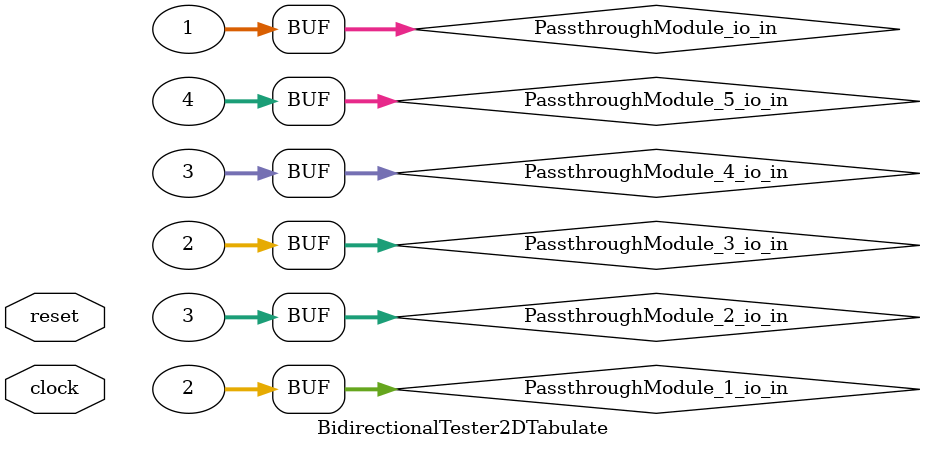
<source format=v>
module PassthroughModule(
  input  [31:0] io_in,
  output [31:0] io_out
);
  assign io_out = io_in; // @[Util.scala 19:10]
endmodule
module BidirectionalTester2DTabulate(
  input   clock,
  input   reset
);
  wire [31:0] PassthroughModule_io_in; // @[Vec.scala 209:30]
  wire [31:0] PassthroughModule_io_out; // @[Vec.scala 209:30]
  wire [31:0] PassthroughModule_1_io_in; // @[Vec.scala 209:30]
  wire [31:0] PassthroughModule_1_io_out; // @[Vec.scala 209:30]
  wire [31:0] PassthroughModule_2_io_in; // @[Vec.scala 209:30]
  wire [31:0] PassthroughModule_2_io_out; // @[Vec.scala 209:30]
  wire [31:0] PassthroughModule_3_io_in; // @[Vec.scala 209:30]
  wire [31:0] PassthroughModule_3_io_out; // @[Vec.scala 209:30]
  wire [31:0] PassthroughModule_4_io_in; // @[Vec.scala 209:30]
  wire [31:0] PassthroughModule_4_io_out; // @[Vec.scala 209:30]
  wire [31:0] PassthroughModule_5_io_in; // @[Vec.scala 209:30]
  wire [31:0] PassthroughModule_5_io_out; // @[Vec.scala 209:30]
  wire  _T_2 = ~reset; // @[Vec.scala 211:13]
  PassthroughModule PassthroughModule ( // @[Vec.scala 209:30]
    .io_in(PassthroughModule_io_in),
    .io_out(PassthroughModule_io_out)
  );
  PassthroughModule PassthroughModule_1 ( // @[Vec.scala 209:30]
    .io_in(PassthroughModule_1_io_in),
    .io_out(PassthroughModule_1_io_out)
  );
  PassthroughModule PassthroughModule_2 ( // @[Vec.scala 209:30]
    .io_in(PassthroughModule_2_io_in),
    .io_out(PassthroughModule_2_io_out)
  );
  PassthroughModule PassthroughModule_3 ( // @[Vec.scala 209:30]
    .io_in(PassthroughModule_3_io_in),
    .io_out(PassthroughModule_3_io_out)
  );
  PassthroughModule PassthroughModule_4 ( // @[Vec.scala 209:30]
    .io_in(PassthroughModule_4_io_in),
    .io_out(PassthroughModule_4_io_out)
  );
  PassthroughModule PassthroughModule_5 ( // @[Vec.scala 209:30]
    .io_in(PassthroughModule_5_io_in),
    .io_out(PassthroughModule_5_io_out)
  );
  assign PassthroughModule_io_in = 32'h1; // @[Vec.scala 202:{40,40}]
  assign PassthroughModule_1_io_in = 32'h2; // @[Vec.scala 202:{40,40}]
  assign PassthroughModule_2_io_in = 32'h3; // @[Vec.scala 202:{40,40}]
  assign PassthroughModule_3_io_in = 32'h2; // @[Vec.scala 202:{40,40}]
  assign PassthroughModule_4_io_in = 32'h3; // @[Vec.scala 202:{40,40}]
  assign PassthroughModule_5_io_in = 32'h4; // @[Vec.scala 202:{40,40}]
  always @(posedge clock) begin
    `ifndef SYNTHESIS
    `ifdef STOP_COND
      if (`STOP_COND) begin
    `endif
        if (~reset & ~(PassthroughModule_io_out == 32'h1)) begin
          $fatal; // @[Vec.scala 211:13]
        end
    `ifdef STOP_COND
      end
    `endif
    `endif // SYNTHESIS
    `ifndef SYNTHESIS
    `ifdef PRINTF_COND
      if (`PRINTF_COND) begin
    `endif
        if (~reset & ~(PassthroughModule_io_out == 32'h1)) begin
          $fwrite(32'h80000002,"Assertion failed\n    at Vec.scala:211 assert(receiveMod.out === value.U)\n"); // @[Vec.scala 211:13]
        end
    `ifdef PRINTF_COND
      end
    `endif
    `endif // SYNTHESIS
    `ifndef SYNTHESIS
    `ifdef STOP_COND
      if (`STOP_COND) begin
    `endif
        if (~reset & ~(PassthroughModule_1_io_out == 32'h2)) begin
          $fatal; // @[Vec.scala 211:13]
        end
    `ifdef STOP_COND
      end
    `endif
    `endif // SYNTHESIS
    `ifndef SYNTHESIS
    `ifdef PRINTF_COND
      if (`PRINTF_COND) begin
    `endif
        if (~reset & ~(PassthroughModule_1_io_out == 32'h2)) begin
          $fwrite(32'h80000002,"Assertion failed\n    at Vec.scala:211 assert(receiveMod.out === value.U)\n"); // @[Vec.scala 211:13]
        end
    `ifdef PRINTF_COND
      end
    `endif
    `endif // SYNTHESIS
    `ifndef SYNTHESIS
    `ifdef STOP_COND
      if (`STOP_COND) begin
    `endif
        if (~reset & ~(PassthroughModule_2_io_out == 32'h3)) begin
          $fatal; // @[Vec.scala 211:13]
        end
    `ifdef STOP_COND
      end
    `endif
    `endif // SYNTHESIS
    `ifndef SYNTHESIS
    `ifdef PRINTF_COND
      if (`PRINTF_COND) begin
    `endif
        if (~reset & ~(PassthroughModule_2_io_out == 32'h3)) begin
          $fwrite(32'h80000002,"Assertion failed\n    at Vec.scala:211 assert(receiveMod.out === value.U)\n"); // @[Vec.scala 211:13]
        end
    `ifdef PRINTF_COND
      end
    `endif
    `endif // SYNTHESIS
    `ifndef SYNTHESIS
    `ifdef STOP_COND
      if (`STOP_COND) begin
    `endif
        if (~reset & ~(PassthroughModule_3_io_out == 32'h2)) begin
          $fatal; // @[Vec.scala 211:13]
        end
    `ifdef STOP_COND
      end
    `endif
    `endif // SYNTHESIS
    `ifndef SYNTHESIS
    `ifdef PRINTF_COND
      if (`PRINTF_COND) begin
    `endif
        if (~reset & ~(PassthroughModule_3_io_out == 32'h2)) begin
          $fwrite(32'h80000002,"Assertion failed\n    at Vec.scala:211 assert(receiveMod.out === value.U)\n"); // @[Vec.scala 211:13]
        end
    `ifdef PRINTF_COND
      end
    `endif
    `endif // SYNTHESIS
    `ifndef SYNTHESIS
    `ifdef STOP_COND
      if (`STOP_COND) begin
    `endif
        if (~reset & ~(PassthroughModule_4_io_out == 32'h3)) begin
          $fatal; // @[Vec.scala 211:13]
        end
    `ifdef STOP_COND
      end
    `endif
    `endif // SYNTHESIS
    `ifndef SYNTHESIS
    `ifdef PRINTF_COND
      if (`PRINTF_COND) begin
    `endif
        if (~reset & ~(PassthroughModule_4_io_out == 32'h3)) begin
          $fwrite(32'h80000002,"Assertion failed\n    at Vec.scala:211 assert(receiveMod.out === value.U)\n"); // @[Vec.scala 211:13]
        end
    `ifdef PRINTF_COND
      end
    `endif
    `endif // SYNTHESIS
    `ifndef SYNTHESIS
    `ifdef STOP_COND
      if (`STOP_COND) begin
    `endif
        if (~reset & ~(PassthroughModule_5_io_out == 32'h4)) begin
          $fatal; // @[Vec.scala 211:13]
        end
    `ifdef STOP_COND
      end
    `endif
    `endif // SYNTHESIS
    `ifndef SYNTHESIS
    `ifdef PRINTF_COND
      if (`PRINTF_COND) begin
    `endif
        if (~reset & ~(PassthroughModule_5_io_out == 32'h4)) begin
          $fwrite(32'h80000002,"Assertion failed\n    at Vec.scala:211 assert(receiveMod.out === value.U)\n"); // @[Vec.scala 211:13]
        end
    `ifdef PRINTF_COND
      end
    `endif
    `endif // SYNTHESIS
    `ifndef SYNTHESIS
    `ifdef STOP_COND
      if (`STOP_COND) begin
    `endif
        if (_T_2) begin
          $finish; // @[Vec.scala 213:9]
        end
    `ifdef STOP_COND
      end
    `endif
    `endif // SYNTHESIS
  end
endmodule

</source>
